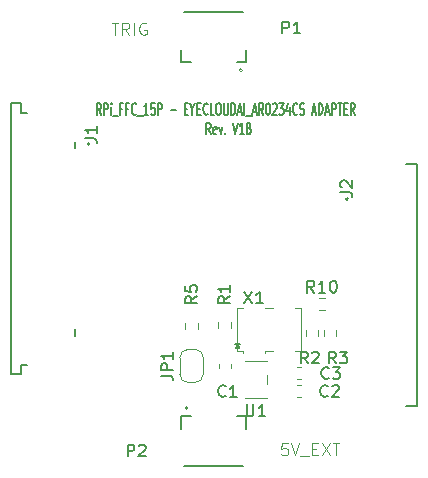
<source format=gbr>
%TF.GenerationSoftware,KiCad,Pcbnew,5.1.12-84ad8e8a86~92~ubuntu18.04.1*%
%TF.CreationDate,2023-10-21T06:49:18+07:00*%
%TF.ProjectId,RPi_FFC_15P-EYECLOUDAI_2MGSMOD_AR0234-ADAPTER,5250695f-4646-4435-9f31-35502d455945,rev?*%
%TF.SameCoordinates,Original*%
%TF.FileFunction,Legend,Top*%
%TF.FilePolarity,Positive*%
%FSLAX46Y46*%
G04 Gerber Fmt 4.6, Leading zero omitted, Abs format (unit mm)*
G04 Created by KiCad (PCBNEW 5.1.12-84ad8e8a86~92~ubuntu18.04.1) date 2023-10-21 06:49:18*
%MOMM*%
%LPD*%
G01*
G04 APERTURE LIST*
%ADD10C,0.150000*%
%ADD11C,0.100000*%
%ADD12C,0.120000*%
%ADD13C,0.127000*%
%ADD14C,0.200000*%
G04 APERTURE END LIST*
D10*
X133146800Y-93093314D02*
X133218228Y-93164742D01*
X133146800Y-93236171D01*
X133075371Y-93164742D01*
X133146800Y-93093314D01*
X133146800Y-93236171D01*
D11*
X128116247Y-113853980D02*
X127640057Y-113853980D01*
X127592438Y-114330171D01*
X127640057Y-114282552D01*
X127735295Y-114234933D01*
X127973390Y-114234933D01*
X128068628Y-114282552D01*
X128116247Y-114330171D01*
X128163866Y-114425409D01*
X128163866Y-114663504D01*
X128116247Y-114758742D01*
X128068628Y-114806361D01*
X127973390Y-114853980D01*
X127735295Y-114853980D01*
X127640057Y-114806361D01*
X127592438Y-114758742D01*
X128449580Y-113853980D02*
X128782914Y-114853980D01*
X129116247Y-113853980D01*
X129211485Y-114949219D02*
X129973390Y-114949219D01*
X130211485Y-114330171D02*
X130544819Y-114330171D01*
X130687676Y-114853980D02*
X130211485Y-114853980D01*
X130211485Y-113853980D01*
X130687676Y-113853980D01*
X131021009Y-113853980D02*
X131687676Y-114853980D01*
X131687676Y-113853980D02*
X131021009Y-114853980D01*
X131925771Y-113853980D02*
X132497200Y-113853980D01*
X132211485Y-114853980D02*
X132211485Y-113853980D01*
X113233390Y-78243180D02*
X113804819Y-78243180D01*
X113519104Y-79243180D02*
X113519104Y-78243180D01*
X114709580Y-79243180D02*
X114376247Y-78766990D01*
X114138152Y-79243180D02*
X114138152Y-78243180D01*
X114519104Y-78243180D01*
X114614342Y-78290800D01*
X114661961Y-78338419D01*
X114709580Y-78433657D01*
X114709580Y-78576514D01*
X114661961Y-78671752D01*
X114614342Y-78719371D01*
X114519104Y-78766990D01*
X114138152Y-78766990D01*
X115138152Y-79243180D02*
X115138152Y-78243180D01*
X116138152Y-78290800D02*
X116042914Y-78243180D01*
X115900057Y-78243180D01*
X115757200Y-78290800D01*
X115661961Y-78386038D01*
X115614342Y-78481276D01*
X115566723Y-78671752D01*
X115566723Y-78814609D01*
X115614342Y-79005085D01*
X115661961Y-79100323D01*
X115757200Y-79195561D01*
X115900057Y-79243180D01*
X115995295Y-79243180D01*
X116138152Y-79195561D01*
X116185771Y-79147942D01*
X116185771Y-78814609D01*
X115995295Y-78814609D01*
D10*
X112328057Y-86038180D02*
X112128057Y-85561990D01*
X111985200Y-86038180D02*
X111985200Y-85038180D01*
X112213771Y-85038180D01*
X112270914Y-85085800D01*
X112299485Y-85133419D01*
X112328057Y-85228657D01*
X112328057Y-85371514D01*
X112299485Y-85466752D01*
X112270914Y-85514371D01*
X112213771Y-85561990D01*
X111985200Y-85561990D01*
X112585200Y-86038180D02*
X112585200Y-85038180D01*
X112813771Y-85038180D01*
X112870914Y-85085800D01*
X112899485Y-85133419D01*
X112928057Y-85228657D01*
X112928057Y-85371514D01*
X112899485Y-85466752D01*
X112870914Y-85514371D01*
X112813771Y-85561990D01*
X112585200Y-85561990D01*
X113185200Y-86038180D02*
X113185200Y-85371514D01*
X113185200Y-85038180D02*
X113156628Y-85085800D01*
X113185200Y-85133419D01*
X113213771Y-85085800D01*
X113185200Y-85038180D01*
X113185200Y-85133419D01*
X113328057Y-86133419D02*
X113785200Y-86133419D01*
X114128057Y-85514371D02*
X113928057Y-85514371D01*
X113928057Y-86038180D02*
X113928057Y-85038180D01*
X114213771Y-85038180D01*
X114642342Y-85514371D02*
X114442342Y-85514371D01*
X114442342Y-86038180D02*
X114442342Y-85038180D01*
X114728057Y-85038180D01*
X115299485Y-85942942D02*
X115270914Y-85990561D01*
X115185200Y-86038180D01*
X115128057Y-86038180D01*
X115042342Y-85990561D01*
X114985200Y-85895323D01*
X114956628Y-85800085D01*
X114928057Y-85609609D01*
X114928057Y-85466752D01*
X114956628Y-85276276D01*
X114985200Y-85181038D01*
X115042342Y-85085800D01*
X115128057Y-85038180D01*
X115185200Y-85038180D01*
X115270914Y-85085800D01*
X115299485Y-85133419D01*
X115413771Y-86133419D02*
X115870914Y-86133419D01*
X116328057Y-86038180D02*
X115985200Y-86038180D01*
X116156628Y-86038180D02*
X116156628Y-85038180D01*
X116099485Y-85181038D01*
X116042342Y-85276276D01*
X115985200Y-85323895D01*
X116870914Y-85038180D02*
X116585200Y-85038180D01*
X116556628Y-85514371D01*
X116585200Y-85466752D01*
X116642342Y-85419133D01*
X116785200Y-85419133D01*
X116842342Y-85466752D01*
X116870914Y-85514371D01*
X116899485Y-85609609D01*
X116899485Y-85847704D01*
X116870914Y-85942942D01*
X116842342Y-85990561D01*
X116785200Y-86038180D01*
X116642342Y-86038180D01*
X116585200Y-85990561D01*
X116556628Y-85942942D01*
X117156628Y-86038180D02*
X117156628Y-85038180D01*
X117385200Y-85038180D01*
X117442342Y-85085800D01*
X117470914Y-85133419D01*
X117499485Y-85228657D01*
X117499485Y-85371514D01*
X117470914Y-85466752D01*
X117442342Y-85514371D01*
X117385200Y-85561990D01*
X117156628Y-85561990D01*
X118213771Y-85657228D02*
X118670914Y-85657228D01*
X119413771Y-85514371D02*
X119613771Y-85514371D01*
X119699485Y-86038180D02*
X119413771Y-86038180D01*
X119413771Y-85038180D01*
X119699485Y-85038180D01*
X120070914Y-85561990D02*
X120070914Y-86038180D01*
X119870914Y-85038180D02*
X120070914Y-85561990D01*
X120270914Y-85038180D01*
X120470914Y-85514371D02*
X120670914Y-85514371D01*
X120756628Y-86038180D02*
X120470914Y-86038180D01*
X120470914Y-85038180D01*
X120756628Y-85038180D01*
X121356628Y-85942942D02*
X121328057Y-85990561D01*
X121242342Y-86038180D01*
X121185200Y-86038180D01*
X121099485Y-85990561D01*
X121042342Y-85895323D01*
X121013771Y-85800085D01*
X120985200Y-85609609D01*
X120985200Y-85466752D01*
X121013771Y-85276276D01*
X121042342Y-85181038D01*
X121099485Y-85085800D01*
X121185200Y-85038180D01*
X121242342Y-85038180D01*
X121328057Y-85085800D01*
X121356628Y-85133419D01*
X121899485Y-86038180D02*
X121613771Y-86038180D01*
X121613771Y-85038180D01*
X122213771Y-85038180D02*
X122328057Y-85038180D01*
X122385200Y-85085800D01*
X122442342Y-85181038D01*
X122470914Y-85371514D01*
X122470914Y-85704847D01*
X122442342Y-85895323D01*
X122385200Y-85990561D01*
X122328057Y-86038180D01*
X122213771Y-86038180D01*
X122156628Y-85990561D01*
X122099485Y-85895323D01*
X122070914Y-85704847D01*
X122070914Y-85371514D01*
X122099485Y-85181038D01*
X122156628Y-85085800D01*
X122213771Y-85038180D01*
X122728057Y-85038180D02*
X122728057Y-85847704D01*
X122756628Y-85942942D01*
X122785200Y-85990561D01*
X122842342Y-86038180D01*
X122956628Y-86038180D01*
X123013771Y-85990561D01*
X123042342Y-85942942D01*
X123070914Y-85847704D01*
X123070914Y-85038180D01*
X123356628Y-86038180D02*
X123356628Y-85038180D01*
X123499485Y-85038180D01*
X123585200Y-85085800D01*
X123642342Y-85181038D01*
X123670914Y-85276276D01*
X123699485Y-85466752D01*
X123699485Y-85609609D01*
X123670914Y-85800085D01*
X123642342Y-85895323D01*
X123585200Y-85990561D01*
X123499485Y-86038180D01*
X123356628Y-86038180D01*
X123928057Y-85752466D02*
X124213771Y-85752466D01*
X123870914Y-86038180D02*
X124070914Y-85038180D01*
X124270914Y-86038180D01*
X124470914Y-86038180D02*
X124470914Y-85038180D01*
X124613771Y-86133419D02*
X125070914Y-86133419D01*
X125185200Y-85752466D02*
X125470914Y-85752466D01*
X125128057Y-86038180D02*
X125328057Y-85038180D01*
X125528057Y-86038180D01*
X126070914Y-86038180D02*
X125870914Y-85561990D01*
X125728057Y-86038180D02*
X125728057Y-85038180D01*
X125956628Y-85038180D01*
X126013771Y-85085800D01*
X126042342Y-85133419D01*
X126070914Y-85228657D01*
X126070914Y-85371514D01*
X126042342Y-85466752D01*
X126013771Y-85514371D01*
X125956628Y-85561990D01*
X125728057Y-85561990D01*
X126442342Y-85038180D02*
X126499485Y-85038180D01*
X126556628Y-85085800D01*
X126585200Y-85133419D01*
X126613771Y-85228657D01*
X126642342Y-85419133D01*
X126642342Y-85657228D01*
X126613771Y-85847704D01*
X126585200Y-85942942D01*
X126556628Y-85990561D01*
X126499485Y-86038180D01*
X126442342Y-86038180D01*
X126385200Y-85990561D01*
X126356628Y-85942942D01*
X126328057Y-85847704D01*
X126299485Y-85657228D01*
X126299485Y-85419133D01*
X126328057Y-85228657D01*
X126356628Y-85133419D01*
X126385200Y-85085800D01*
X126442342Y-85038180D01*
X126870914Y-85133419D02*
X126899485Y-85085800D01*
X126956628Y-85038180D01*
X127099485Y-85038180D01*
X127156628Y-85085800D01*
X127185200Y-85133419D01*
X127213771Y-85228657D01*
X127213771Y-85323895D01*
X127185200Y-85466752D01*
X126842342Y-86038180D01*
X127213771Y-86038180D01*
X127413771Y-85038180D02*
X127785200Y-85038180D01*
X127585200Y-85419133D01*
X127670914Y-85419133D01*
X127728057Y-85466752D01*
X127756628Y-85514371D01*
X127785200Y-85609609D01*
X127785200Y-85847704D01*
X127756628Y-85942942D01*
X127728057Y-85990561D01*
X127670914Y-86038180D01*
X127499485Y-86038180D01*
X127442342Y-85990561D01*
X127413771Y-85942942D01*
X128299485Y-85371514D02*
X128299485Y-86038180D01*
X128156628Y-84990561D02*
X128013771Y-85704847D01*
X128385200Y-85704847D01*
X128956628Y-85942942D02*
X128928057Y-85990561D01*
X128842342Y-86038180D01*
X128785200Y-86038180D01*
X128699485Y-85990561D01*
X128642342Y-85895323D01*
X128613771Y-85800085D01*
X128585200Y-85609609D01*
X128585200Y-85466752D01*
X128613771Y-85276276D01*
X128642342Y-85181038D01*
X128699485Y-85085800D01*
X128785200Y-85038180D01*
X128842342Y-85038180D01*
X128928057Y-85085800D01*
X128956628Y-85133419D01*
X129185200Y-85990561D02*
X129270914Y-86038180D01*
X129413771Y-86038180D01*
X129470914Y-85990561D01*
X129499485Y-85942942D01*
X129528057Y-85847704D01*
X129528057Y-85752466D01*
X129499485Y-85657228D01*
X129470914Y-85609609D01*
X129413771Y-85561990D01*
X129299485Y-85514371D01*
X129242342Y-85466752D01*
X129213771Y-85419133D01*
X129185200Y-85323895D01*
X129185200Y-85228657D01*
X129213771Y-85133419D01*
X129242342Y-85085800D01*
X129299485Y-85038180D01*
X129442342Y-85038180D01*
X129528057Y-85085800D01*
X130213771Y-85752466D02*
X130499485Y-85752466D01*
X130156628Y-86038180D02*
X130356628Y-85038180D01*
X130556628Y-86038180D01*
X130756628Y-86038180D02*
X130756628Y-85038180D01*
X130899485Y-85038180D01*
X130985200Y-85085800D01*
X131042342Y-85181038D01*
X131070914Y-85276276D01*
X131099485Y-85466752D01*
X131099485Y-85609609D01*
X131070914Y-85800085D01*
X131042342Y-85895323D01*
X130985200Y-85990561D01*
X130899485Y-86038180D01*
X130756628Y-86038180D01*
X131328057Y-85752466D02*
X131613771Y-85752466D01*
X131270914Y-86038180D02*
X131470914Y-85038180D01*
X131670914Y-86038180D01*
X131870914Y-86038180D02*
X131870914Y-85038180D01*
X132099485Y-85038180D01*
X132156628Y-85085800D01*
X132185200Y-85133419D01*
X132213771Y-85228657D01*
X132213771Y-85371514D01*
X132185200Y-85466752D01*
X132156628Y-85514371D01*
X132099485Y-85561990D01*
X131870914Y-85561990D01*
X132385200Y-85038180D02*
X132728057Y-85038180D01*
X132556628Y-86038180D02*
X132556628Y-85038180D01*
X132928057Y-85514371D02*
X133128057Y-85514371D01*
X133213771Y-86038180D02*
X132928057Y-86038180D01*
X132928057Y-85038180D01*
X133213771Y-85038180D01*
X133813771Y-86038180D02*
X133613771Y-85561990D01*
X133470914Y-86038180D02*
X133470914Y-85038180D01*
X133699485Y-85038180D01*
X133756628Y-85085800D01*
X133785200Y-85133419D01*
X133813771Y-85228657D01*
X133813771Y-85371514D01*
X133785200Y-85466752D01*
X133756628Y-85514371D01*
X133699485Y-85561990D01*
X133470914Y-85561990D01*
X121599485Y-87688180D02*
X121399485Y-87211990D01*
X121256628Y-87688180D02*
X121256628Y-86688180D01*
X121485200Y-86688180D01*
X121542342Y-86735800D01*
X121570914Y-86783419D01*
X121599485Y-86878657D01*
X121599485Y-87021514D01*
X121570914Y-87116752D01*
X121542342Y-87164371D01*
X121485200Y-87211990D01*
X121256628Y-87211990D01*
X122085200Y-87640561D02*
X122028057Y-87688180D01*
X121913771Y-87688180D01*
X121856628Y-87640561D01*
X121828057Y-87545323D01*
X121828057Y-87164371D01*
X121856628Y-87069133D01*
X121913771Y-87021514D01*
X122028057Y-87021514D01*
X122085200Y-87069133D01*
X122113771Y-87164371D01*
X122113771Y-87259609D01*
X121828057Y-87354847D01*
X122313771Y-87021514D02*
X122456628Y-87688180D01*
X122599485Y-87021514D01*
X122828057Y-87592942D02*
X122856628Y-87640561D01*
X122828057Y-87688180D01*
X122799485Y-87640561D01*
X122828057Y-87592942D01*
X122828057Y-87688180D01*
X123485200Y-86688180D02*
X123685200Y-87688180D01*
X123885200Y-86688180D01*
X124399485Y-87688180D02*
X124056628Y-87688180D01*
X124228057Y-87688180D02*
X124228057Y-86688180D01*
X124170914Y-86831038D01*
X124113771Y-86926276D01*
X124056628Y-86973895D01*
X124856628Y-87164371D02*
X124942342Y-87211990D01*
X124970914Y-87259609D01*
X124999485Y-87354847D01*
X124999485Y-87497704D01*
X124970914Y-87592942D01*
X124942342Y-87640561D01*
X124885200Y-87688180D01*
X124656628Y-87688180D01*
X124656628Y-86688180D01*
X124856628Y-86688180D01*
X124913771Y-86735800D01*
X124942342Y-86783419D01*
X124970914Y-86878657D01*
X124970914Y-86973895D01*
X124942342Y-87069133D01*
X124913771Y-87116752D01*
X124856628Y-87164371D01*
X124656628Y-87164371D01*
D12*
%TO.C,R10*%
X130758476Y-101534700D02*
X131267924Y-101534700D01*
X130758476Y-102579700D02*
X131267924Y-102579700D01*
%TO.C,R5*%
X119467100Y-103631276D02*
X119467100Y-104140724D01*
X120512100Y-103631276D02*
X120512100Y-104140724D01*
%TO.C,JP1*%
X120289600Y-108689600D02*
X119689600Y-108689600D01*
X120989600Y-106589600D02*
X120989600Y-107989600D01*
X119689600Y-105889600D02*
X120289600Y-105889600D01*
X118989600Y-107989600D02*
X118989600Y-106589600D01*
X119689600Y-108689600D02*
G75*
G02*
X118989600Y-107989600I0J700000D01*
G01*
X120989600Y-107989600D02*
G75*
G02*
X120289600Y-108689600I-700000J0D01*
G01*
X120289600Y-105889600D02*
G75*
G02*
X120989600Y-106589600I0J-700000D01*
G01*
X118989600Y-106589600D02*
G75*
G02*
X119689600Y-105889600I700000J0D01*
G01*
%TO.C,U1*%
X124498100Y-110032800D02*
X126352300Y-110032800D01*
X126352300Y-108821261D02*
X126352300Y-108094739D01*
X126352300Y-106883200D02*
X124498100Y-106883200D01*
D13*
%TO.C,J1*%
X104699600Y-107980000D02*
X104699600Y-85060000D01*
X105589600Y-107980000D02*
X105589600Y-107195000D01*
X105589600Y-85845000D02*
X105589600Y-85060000D01*
D14*
X111369600Y-88520000D02*
G75*
G03*
X111369600Y-88520000I-100000J0D01*
G01*
D13*
X106099600Y-107195000D02*
X105589600Y-107195000D01*
X106099600Y-85845000D02*
X105589600Y-85845000D01*
X104699600Y-85060000D02*
X105589600Y-85060000D01*
X105589600Y-107980000D02*
X104699600Y-107980000D01*
X110099600Y-104160000D02*
X110099600Y-104720000D01*
X110099600Y-88320000D02*
X110099600Y-88880000D01*
%TO.C,J2*%
X139068400Y-110646600D02*
X139068400Y-90216600D01*
X139068400Y-90216600D02*
X138118400Y-90216600D01*
X139068400Y-110646600D02*
X138118400Y-110646600D01*
D12*
%TO.C,X1*%
X128712800Y-102390800D02*
X129242800Y-102390800D01*
X129242800Y-102390800D02*
X129242800Y-105990800D01*
X129242800Y-105990800D02*
X128712800Y-105990800D01*
X126172800Y-102390800D02*
X126912800Y-102390800D01*
X124372800Y-106230800D02*
X124372800Y-105990800D01*
X124372800Y-105990800D02*
X123842800Y-105990800D01*
X123842800Y-105990800D02*
X123842800Y-102390800D01*
X123842800Y-102390800D02*
X124372800Y-102390800D01*
X126912800Y-105990800D02*
X126172800Y-105990800D01*
X126172800Y-105990800D02*
X126172800Y-106230800D01*
%TO.C,R3*%
X132246900Y-104240876D02*
X132246900Y-104750324D01*
X131201900Y-104240876D02*
X131201900Y-104750324D01*
%TO.C,R2*%
X129677900Y-104240876D02*
X129677900Y-104750324D01*
X130722900Y-104240876D02*
X130722900Y-104750324D01*
%TO.C,R1*%
X122261100Y-104089924D02*
X122261100Y-103580476D01*
X123306100Y-104089924D02*
X123306100Y-103580476D01*
%TO.C,C3*%
X128936533Y-107389200D02*
X129229067Y-107389200D01*
X128936533Y-108409200D02*
X129229067Y-108409200D01*
%TO.C,C2*%
X128936533Y-108913200D02*
X129229067Y-108913200D01*
X128936533Y-109933200D02*
X129229067Y-109933200D01*
%TO.C,C1*%
X123293600Y-107143333D02*
X123293600Y-107435867D01*
X122273600Y-107143333D02*
X122273600Y-107435867D01*
D11*
%TO.C,P2*%
X119729200Y-110852400D02*
G75*
G03*
X119729200Y-110852400I-150000J0D01*
G01*
D13*
X119129200Y-112602400D02*
X119129200Y-111552400D01*
X119129200Y-111552400D02*
X119929200Y-111552400D01*
X123829200Y-111552400D02*
X124629200Y-111552400D01*
X124629200Y-111552400D02*
X124629200Y-112602400D01*
X119379200Y-115752400D02*
X124379200Y-115752400D01*
%TO.C,P1*%
X124369200Y-77359400D02*
X119369200Y-77359400D01*
X119119200Y-81559400D02*
X119119200Y-80509400D01*
X119919200Y-81559400D02*
X119119200Y-81559400D01*
X124619200Y-81559400D02*
X123819200Y-81559400D01*
X124619200Y-80509400D02*
X124619200Y-81559400D01*
D11*
X124319200Y-82259400D02*
G75*
G03*
X124319200Y-82259400I-150000J0D01*
G01*
%TO.C,R10*%
D10*
X130370342Y-101079580D02*
X130037009Y-100603390D01*
X129798914Y-101079580D02*
X129798914Y-100079580D01*
X130179866Y-100079580D01*
X130275104Y-100127200D01*
X130322723Y-100174819D01*
X130370342Y-100270057D01*
X130370342Y-100412914D01*
X130322723Y-100508152D01*
X130275104Y-100555771D01*
X130179866Y-100603390D01*
X129798914Y-100603390D01*
X131322723Y-101079580D02*
X130751295Y-101079580D01*
X131037009Y-101079580D02*
X131037009Y-100079580D01*
X130941771Y-100222438D01*
X130846533Y-100317676D01*
X130751295Y-100365295D01*
X131941771Y-100079580D02*
X132037009Y-100079580D01*
X132132247Y-100127200D01*
X132179866Y-100174819D01*
X132227485Y-100270057D01*
X132275104Y-100460533D01*
X132275104Y-100698628D01*
X132227485Y-100889104D01*
X132179866Y-100984342D01*
X132132247Y-101031961D01*
X132037009Y-101079580D01*
X131941771Y-101079580D01*
X131846533Y-101031961D01*
X131798914Y-100984342D01*
X131751295Y-100889104D01*
X131703676Y-100698628D01*
X131703676Y-100460533D01*
X131751295Y-100270057D01*
X131798914Y-100174819D01*
X131846533Y-100127200D01*
X131941771Y-100079580D01*
%TO.C,R5*%
X120441980Y-101411066D02*
X119965790Y-101744400D01*
X120441980Y-101982495D02*
X119441980Y-101982495D01*
X119441980Y-101601542D01*
X119489600Y-101506304D01*
X119537219Y-101458685D01*
X119632457Y-101411066D01*
X119775314Y-101411066D01*
X119870552Y-101458685D01*
X119918171Y-101506304D01*
X119965790Y-101601542D01*
X119965790Y-101982495D01*
X119441980Y-100506304D02*
X119441980Y-100982495D01*
X119918171Y-101030114D01*
X119870552Y-100982495D01*
X119822933Y-100887257D01*
X119822933Y-100649161D01*
X119870552Y-100553923D01*
X119918171Y-100506304D01*
X120013409Y-100458685D01*
X120251504Y-100458685D01*
X120346742Y-100506304D01*
X120394361Y-100553923D01*
X120441980Y-100649161D01*
X120441980Y-100887257D01*
X120394361Y-100982495D01*
X120346742Y-101030114D01*
%TO.C,JP1*%
X117409980Y-108122933D02*
X118124266Y-108122933D01*
X118267123Y-108170552D01*
X118362361Y-108265790D01*
X118409980Y-108408647D01*
X118409980Y-108503885D01*
X118409980Y-107646742D02*
X117409980Y-107646742D01*
X117409980Y-107265790D01*
X117457600Y-107170552D01*
X117505219Y-107122933D01*
X117600457Y-107075314D01*
X117743314Y-107075314D01*
X117838552Y-107122933D01*
X117886171Y-107170552D01*
X117933790Y-107265790D01*
X117933790Y-107646742D01*
X118409980Y-106122933D02*
X118409980Y-106694361D01*
X118409980Y-106408647D02*
X117409980Y-106408647D01*
X117552838Y-106503885D01*
X117648076Y-106599123D01*
X117695695Y-106694361D01*
%TO.C,U1*%
X124663295Y-110551980D02*
X124663295Y-111361504D01*
X124710914Y-111456742D01*
X124758533Y-111504361D01*
X124853771Y-111551980D01*
X125044247Y-111551980D01*
X125139485Y-111504361D01*
X125187104Y-111456742D01*
X125234723Y-111361504D01*
X125234723Y-110551980D01*
X126234723Y-111551980D02*
X125663295Y-111551980D01*
X125949009Y-111551980D02*
X125949009Y-110551980D01*
X125853771Y-110694838D01*
X125758533Y-110790076D01*
X125663295Y-110837695D01*
X123894850Y-105309380D02*
X123894850Y-105547476D01*
X123656754Y-105452238D02*
X123894850Y-105547476D01*
X124132945Y-105452238D01*
X123751992Y-105737952D02*
X123894850Y-105547476D01*
X124037707Y-105737952D01*
X123894850Y-105309380D02*
X123894850Y-105547476D01*
X123656754Y-105452238D02*
X123894850Y-105547476D01*
X124132945Y-105452238D01*
X123751992Y-105737952D02*
X123894850Y-105547476D01*
X124037707Y-105737952D01*
%TO.C,J1*%
X110958380Y-88014133D02*
X111672666Y-88014133D01*
X111815523Y-88061752D01*
X111910761Y-88156990D01*
X111958380Y-88299847D01*
X111958380Y-88395085D01*
X111958380Y-87014133D02*
X111958380Y-87585561D01*
X111958380Y-87299847D02*
X110958380Y-87299847D01*
X111101238Y-87395085D01*
X111196476Y-87490323D01*
X111244095Y-87585561D01*
%TO.C,J2*%
X132599180Y-92586133D02*
X133313466Y-92586133D01*
X133456323Y-92633752D01*
X133551561Y-92728990D01*
X133599180Y-92871847D01*
X133599180Y-92967085D01*
X132694419Y-92157561D02*
X132646800Y-92109942D01*
X132599180Y-92014704D01*
X132599180Y-91776609D01*
X132646800Y-91681371D01*
X132694419Y-91633752D01*
X132789657Y-91586133D01*
X132884895Y-91586133D01*
X133027752Y-91633752D01*
X133599180Y-92205180D01*
X133599180Y-91586133D01*
%TO.C,X1*%
X124463276Y-101001580D02*
X125129942Y-102001580D01*
X125129942Y-101001580D02*
X124463276Y-102001580D01*
X126034704Y-102001580D02*
X125463276Y-102001580D01*
X125748990Y-102001580D02*
X125748990Y-101001580D01*
X125653752Y-101144438D01*
X125558514Y-101239676D01*
X125463276Y-101287295D01*
%TO.C,R3*%
X132218133Y-107081580D02*
X131884800Y-106605390D01*
X131646704Y-107081580D02*
X131646704Y-106081580D01*
X132027657Y-106081580D01*
X132122895Y-106129200D01*
X132170514Y-106176819D01*
X132218133Y-106272057D01*
X132218133Y-106414914D01*
X132170514Y-106510152D01*
X132122895Y-106557771D01*
X132027657Y-106605390D01*
X131646704Y-106605390D01*
X132551466Y-106081580D02*
X133170514Y-106081580D01*
X132837180Y-106462533D01*
X132980038Y-106462533D01*
X133075276Y-106510152D01*
X133122895Y-106557771D01*
X133170514Y-106653009D01*
X133170514Y-106891104D01*
X133122895Y-106986342D01*
X133075276Y-107033961D01*
X132980038Y-107081580D01*
X132694323Y-107081580D01*
X132599085Y-107033961D01*
X132551466Y-106986342D01*
%TO.C,R2*%
X129830533Y-107081580D02*
X129497200Y-106605390D01*
X129259104Y-107081580D02*
X129259104Y-106081580D01*
X129640057Y-106081580D01*
X129735295Y-106129200D01*
X129782914Y-106176819D01*
X129830533Y-106272057D01*
X129830533Y-106414914D01*
X129782914Y-106510152D01*
X129735295Y-106557771D01*
X129640057Y-106605390D01*
X129259104Y-106605390D01*
X130211485Y-106176819D02*
X130259104Y-106129200D01*
X130354342Y-106081580D01*
X130592438Y-106081580D01*
X130687676Y-106129200D01*
X130735295Y-106176819D01*
X130782914Y-106272057D01*
X130782914Y-106367295D01*
X130735295Y-106510152D01*
X130163866Y-107081580D01*
X130782914Y-107081580D01*
%TO.C,R1*%
X123235980Y-101411066D02*
X122759790Y-101744400D01*
X123235980Y-101982495D02*
X122235980Y-101982495D01*
X122235980Y-101601542D01*
X122283600Y-101506304D01*
X122331219Y-101458685D01*
X122426457Y-101411066D01*
X122569314Y-101411066D01*
X122664552Y-101458685D01*
X122712171Y-101506304D01*
X122759790Y-101601542D01*
X122759790Y-101982495D01*
X123235980Y-100458685D02*
X123235980Y-101030114D01*
X123235980Y-100744400D02*
X122235980Y-100744400D01*
X122378838Y-100839638D01*
X122474076Y-100934876D01*
X122521695Y-101030114D01*
%TO.C,C3*%
X131608533Y-108307142D02*
X131560914Y-108354761D01*
X131418057Y-108402380D01*
X131322819Y-108402380D01*
X131179961Y-108354761D01*
X131084723Y-108259523D01*
X131037104Y-108164285D01*
X130989485Y-107973809D01*
X130989485Y-107830952D01*
X131037104Y-107640476D01*
X131084723Y-107545238D01*
X131179961Y-107450000D01*
X131322819Y-107402380D01*
X131418057Y-107402380D01*
X131560914Y-107450000D01*
X131608533Y-107497619D01*
X131941866Y-107402380D02*
X132560914Y-107402380D01*
X132227580Y-107783333D01*
X132370438Y-107783333D01*
X132465676Y-107830952D01*
X132513295Y-107878571D01*
X132560914Y-107973809D01*
X132560914Y-108211904D01*
X132513295Y-108307142D01*
X132465676Y-108354761D01*
X132370438Y-108402380D01*
X132084723Y-108402380D01*
X131989485Y-108354761D01*
X131941866Y-108307142D01*
%TO.C,C2*%
X131506933Y-109831142D02*
X131459314Y-109878761D01*
X131316457Y-109926380D01*
X131221219Y-109926380D01*
X131078361Y-109878761D01*
X130983123Y-109783523D01*
X130935504Y-109688285D01*
X130887885Y-109497809D01*
X130887885Y-109354952D01*
X130935504Y-109164476D01*
X130983123Y-109069238D01*
X131078361Y-108974000D01*
X131221219Y-108926380D01*
X131316457Y-108926380D01*
X131459314Y-108974000D01*
X131506933Y-109021619D01*
X131887885Y-109021619D02*
X131935504Y-108974000D01*
X132030742Y-108926380D01*
X132268838Y-108926380D01*
X132364076Y-108974000D01*
X132411695Y-109021619D01*
X132459314Y-109116857D01*
X132459314Y-109212095D01*
X132411695Y-109354952D01*
X131840266Y-109926380D01*
X132459314Y-109926380D01*
%TO.C,C1*%
X122870933Y-109831142D02*
X122823314Y-109878761D01*
X122680457Y-109926380D01*
X122585219Y-109926380D01*
X122442361Y-109878761D01*
X122347123Y-109783523D01*
X122299504Y-109688285D01*
X122251885Y-109497809D01*
X122251885Y-109354952D01*
X122299504Y-109164476D01*
X122347123Y-109069238D01*
X122442361Y-108974000D01*
X122585219Y-108926380D01*
X122680457Y-108926380D01*
X122823314Y-108974000D01*
X122870933Y-109021619D01*
X123823314Y-109926380D02*
X123251885Y-109926380D01*
X123537600Y-109926380D02*
X123537600Y-108926380D01*
X123442361Y-109069238D01*
X123347123Y-109164476D01*
X123251885Y-109212095D01*
%TO.C,P2*%
X114577573Y-114955784D02*
X114577573Y-113955335D01*
X114958696Y-113955335D01*
X115053977Y-114002975D01*
X115101618Y-114050615D01*
X115149258Y-114145896D01*
X115149258Y-114288818D01*
X115101618Y-114384098D01*
X115053977Y-114431739D01*
X114958696Y-114479379D01*
X114577573Y-114479379D01*
X115530381Y-114050615D02*
X115578022Y-114002975D01*
X115673303Y-113955335D01*
X115911505Y-113955335D01*
X116006786Y-114002975D01*
X116054426Y-114050615D01*
X116102067Y-114145896D01*
X116102067Y-114241177D01*
X116054426Y-114384098D01*
X115482741Y-114955784D01*
X116102067Y-114955784D01*
%TO.C,P1*%
X127683973Y-79141784D02*
X127683973Y-78141335D01*
X128065096Y-78141335D01*
X128160377Y-78188975D01*
X128208018Y-78236615D01*
X128255658Y-78331896D01*
X128255658Y-78474818D01*
X128208018Y-78570098D01*
X128160377Y-78617739D01*
X128065096Y-78665379D01*
X127683973Y-78665379D01*
X129208467Y-79141784D02*
X128636781Y-79141784D01*
X128922624Y-79141784D02*
X128922624Y-78141335D01*
X128827343Y-78284256D01*
X128732062Y-78379537D01*
X128636781Y-78427177D01*
%TD*%
M02*

</source>
